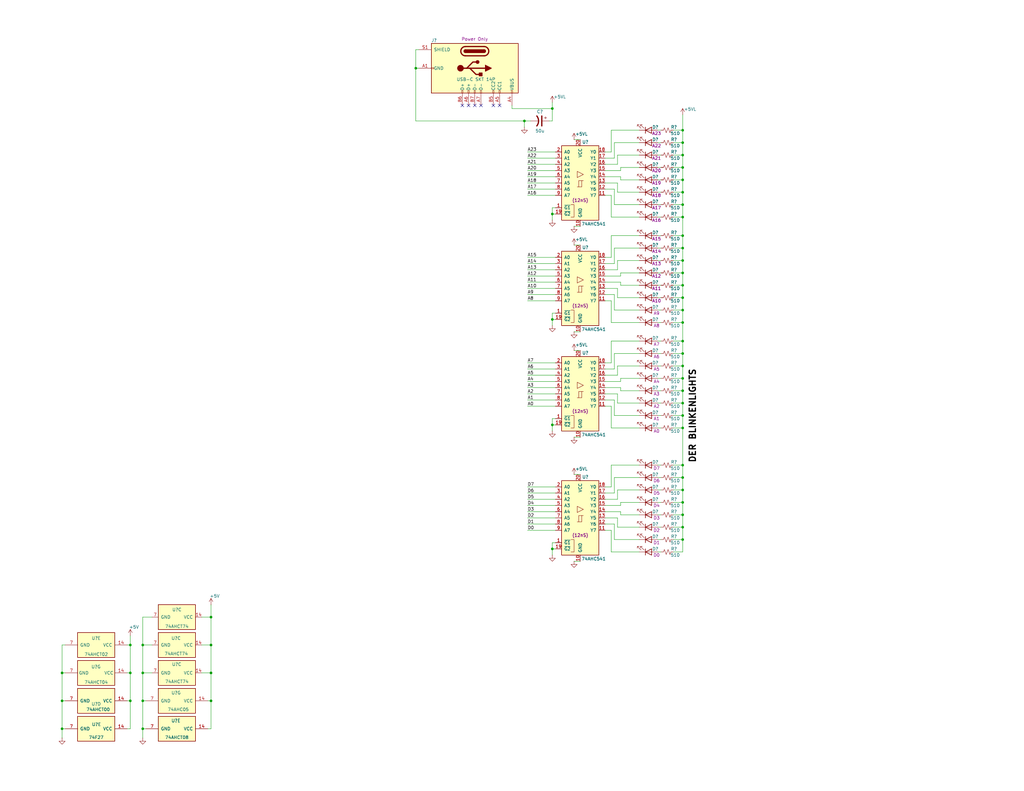
<source format=kicad_sch>
(kicad_sch (version 20250114) (generator "eeschema") (generator_version "9.0")
  (paper "User" 419.1 323.85)
  (title_block (title "Z80 Debug - Der Blinkenlights & Pwr") (date "2025-12-19") (rev "PR-1.0") (company "SilkyDESIGN") (comment 1 "Copyright 2025 AESilky") (comment 4 "ADDR & DATA LEDS OPTIONAL (Power via USB-C)"))
  (lib_symbols
    (symbol "74xx:74LS00" (pin_names (offset 1.016))
      (property "Reference" "U" (at 0 1.27 0))
      (property "Value" "74LS00" (at 0 -1.27 0))
      (symbol "74LS00_1_1"
        (pin input line (at -7.62 2.54 0) (length 3.81) (name "~") (number "1"))
        (pin input line (at -7.62 -2.54 0) (length 3.81) (name "~") (number "2"))
        (pin output inverted (at 7.62 0 180) (length 3.81) (name "~") (number "3"))
      )
      (symbol "74LS00_1_2"
        (pin input inverted (at -7.62 2.54 0) (length 4.318) (name "~") (number "1"))
        (pin input inverted (at -7.62 -2.54 0) (length 4.318) (name "~") (number "2"))
        (pin output line (at 7.62 0 180) (length 3.81) (name "~") (number "3"))
      )
      (symbol "74LS00_2_1"
        (pin input line (at -7.62 2.54 0) (length 3.81) (name "~") (number "4"))
        (pin input line (at -7.62 -2.54 0) (length 3.81) (name "~") (number "5"))
        (pin output inverted (at 7.62 0 180) (length 3.81) (name "~") (number "6"))
      )
      (symbol "74LS00_2_2"
        (pin input inverted (at -7.62 2.54 0) (length 4.318) (name "~") (number "4"))
        (pin input inverted (at -7.62 -2.54 0) (length 4.318) (name "~") (number "5"))
        (pin output line (at 7.62 0 180) (length 3.81) (name "~") (number "6"))
      )
      (symbol "74LS00_3_1"
        (pin input line (at -7.62 2.54 0) (length 3.81) (name "~") (number "9"))
        (pin input line (at -7.62 -2.54 0) (length 3.81) (name "~") (number "10"))
        (pin output inverted (at 7.62 0 180) (length 3.81) (name "~") (number "8"))
      )
      (symbol "74LS00_3_2"
        (pin input inverted (at -7.62 2.54 0) (length 4.318) (name "~") (number "9"))
        (pin input inverted (at -7.62 -2.54 0) (length 4.318) (name "~") (number "10"))
        (pin output line (at 7.62 0 180) (length 3.81) (name "~") (number "8"))
      )
      (symbol "74LS00_4_1"
        (pin input line (at -7.62 2.54 0) (length 3.81) (name "~") (number "12"))
        (pin input line (at -7.62 -2.54 0) (length 3.81) (name "~") (number "13"))
        (pin output inverted (at 7.62 0 180) (length 3.81) (name "~") (number "11"))
      )
      (symbol "74LS00_4_2"
        (pin input inverted (at -7.62 2.54 0) (length 4.318) (name "~") (number "12"))
        (pin input inverted (at -7.62 -2.54 0) (length 4.318) (name "~") (number "13"))
        (pin output line (at 7.62 0 180) (length 3.81) (name "~") (number "11"))
      )
      (symbol "74LS00_5_0"
        (pin power_in line (at 0 12.7 270) (length 5.08) (name "VCC") (number "14"))
        (pin power_in line (at 0 -12.7 90) (length 5.08) (name "GND") (number "7"))
      )
    )
    (symbol "74xx:74LS02" (pin_names (offset 1.016))
      (property "Reference" "U" (at 0 1.27 0))
      (property "Value" "74LS02" (at 0 -1.27 0))
      (symbol "74LS02_1_1"
        (pin input line (at -7.62 2.54 0) (length 4.318) (name "~") (number "2"))
        (pin input line (at -7.62 -2.54 0) (length 4.318) (name "~") (number "3"))
        (pin output inverted (at 7.62 0 180) (length 3.81) (name "~") (number "1"))
      )
      (symbol "74LS02_1_2"
        (pin input inverted (at -7.62 2.54 0) (length 3.81) (name "~") (number "2"))
        (pin input inverted (at -7.62 -2.54 0) (length 3.81) (name "~") (number "3"))
        (pin output line (at 7.62 0 180) (length 3.81) (name "~") (number "1"))
      )
      (symbol "74LS02_2_1"
        (pin input line (at -7.62 2.54 0) (length 4.318) (name "~") (number "5"))
        (pin input line (at -7.62 -2.54 0) (length 4.318) (name "~") (number "6"))
        (pin output inverted (at 7.62 0 180) (length 3.81) (name "~") (number "4"))
      )
      (symbol "74LS02_2_2"
        (pin input inverted (at -7.62 2.54 0) (length 3.81) (name "~") (number "5"))
        (pin input inverted (at -7.62 -2.54 0) (length 3.81) (name "~") (number "6"))
        (pin output line (at 7.62 0 180) (length 3.81) (name "~") (number "4"))
      )
      (symbol "74LS02_3_1"
        (pin input line (at -7.62 2.54 0) (length 4.318) (name "~") (number "8"))
        (pin input line (at -7.62 -2.54 0) (length 4.318) (name "~") (number "9"))
        (pin output inverted (at 7.62 0 180) (length 3.81) (name "~") (number "10"))
      )
      (symbol "74LS02_3_2"
        (pin input inverted (at -7.62 2.54 0) (length 3.81) (name "~") (number "8"))
        (pin input inverted (at -7.62 -2.54 0) (length 3.81) (name "~") (number "9"))
        (pin output line (at 7.62 0 180) (length 3.81) (name "~") (number "10"))
      )
      (symbol "74LS02_4_1"
        (pin input line (at -7.62 2.54 0) (length 4.318) (name "~") (number "11"))
        (pin input line (at -7.62 -2.54 0) (length 4.318) (name "~") (number "12"))
        (pin output inverted (at 7.62 0 180) (length 3.81) (name "~") (number "13"))
      )
      (symbol "74LS02_4_2"
        (pin input inverted (at -7.62 2.54 0) (length 3.81) (name "~") (number "11"))
        (pin input inverted (at -7.62 -2.54 0) (length 3.81) (name "~") (number "12"))
        (pin output line (at 7.62 0 180) (length 3.81) (name "~") (number "13"))
      )
      (symbol "74LS02_5_0"
        (pin power_in line (at 0 12.7 270) (length 5.08) (name "VCC") (number "14"))
        (pin power_in line (at 0 -12.7 90) (length 5.08) (name "GND") (number "7"))
      )
    )
    (symbol "74xx:74LS08" (pin_names (offset 1.016))
      (property "Reference" "U" (at 0 1.27 0))
      (property "Value" "74LS08" (at 0 -1.27 0))
      (symbol "74LS08_1_1"
        (pin input line (at -7.62 2.54 0) (length 3.81) (name "~") (number "1"))
        (pin input line (at -7.62 -2.54 0) (length 3.81) (name "~") (number "2"))
        (pin output line (at 7.62 0 180) (length 3.81) (name "~") (number "3"))
      )
      (symbol "74LS08_1_2"
        (pin input inverted (at -7.62 2.54 0) (length 4.318) (name "~") (number "1"))
        (pin input inverted (at -7.62 -2.54 0) (length 4.318) (name "~") (number "2"))
        (pin output inverted (at 7.62 0 180) (length 3.81) (name "~") (number "3"))
      )
      (symbol "74LS08_2_1"
        (pin input line (at -7.62 2.54 0) (length 3.81) (name "~") (number "4"))
        (pin input line (at -7.62 -2.54 0) (length 3.81) (name "~") (number "5"))
        (pin output line (at 7.62 0 180) (length 3.81) (name "~") (number "6"))
      )
      (symbol "74LS08_2_2"
        (pin input inverted (at -7.62 2.54 0) (length 4.318) (name "~") (number "4"))
        (pin input inverted (at -7.62 -2.54 0) (length 4.318) (name "~") (number "5"))
        (pin output inverted (at 7.62 0 180) (length 3.81) (name "~") (number "6"))
      )
      (symbol "74LS08_3_1"
        (pin input line (at -7.62 2.54 0) (length 3.81) (name "~") (number "9"))
        (pin input line (at -7.62 -2.54 0) (length 3.81) (name "~") (number "10"))
        (pin output line (at 7.62 0 180) (length 3.81) (name "~") (number "8"))
      )
      (symbol "74LS08_3_2"
        (pin input inverted (at -7.62 2.54 0) (length 4.318) (name "~") (number "9"))
        (pin input inverted (at -7.62 -2.54 0) (length 4.318) (name "~") (number "10"))
        (pin output inverted (at 7.62 0 180) (length 3.81) (name "~") (number "8"))
      )
      (symbol "74LS08_4_1"
        (pin input line (at -7.62 2.54 0) (length 3.81) (name "~") (number "12"))
        (pin input line (at -7.62 -2.54 0) (length 3.81) (name "~") (number "13"))
        (pin output line (at 7.62 0 180) (length 3.81) (name "~") (number "11"))
      )
      (symbol "74LS08_4_2"
        (pin input inverted (at -7.62 2.54 0) (length 4.318) (name "~") (number "12"))
        (pin input inverted (at -7.62 -2.54 0) (length 4.318) (name "~") (number "13"))
        (pin output inverted (at 7.62 0 180) (length 3.81) (name "~") (number "11"))
      )
      (symbol "74LS08_5_0"
        (pin power_in line (at 0 12.7 270) (length 5.08) (name "VCC") (number "14"))
        (pin power_in line (at 0 -12.7 90) (length 5.08) (name "GND") (number "7"))
      )
    )
    (symbol "74xx:74LS27" (pin_names (offset 1.016))
      (property "Reference" "U" (at 0 1.27 0))
      (property "Value" "74LS27" (at 0 -1.27 0))
      (symbol "74LS27_1_1"
        (pin input line (at -7.62 2.54 0) (length 4.318) (name "~") (number "1"))
        (pin input line (at -7.62 0 0) (length 4.953) (name "~") (number "2"))
        (pin input line (at -7.62 -2.54 0) (length 4.318) (name "~") (number "13"))
        (pin output inverted (at 7.62 0 180) (length 3.81) (name "~") (number "12"))
      )
      (symbol "74LS27_1_2"
        (pin input inverted (at -7.62 2.54 0) (length 3.81) (name "~") (number "1"))
        (pin input inverted (at -7.62 0 0) (length 3.81) (name "~") (number "2"))
        (pin input inverted (at -7.62 -2.54 0) (length 3.81) (name "~") (number "13"))
        (pin output line (at 7.62 0 180) (length 3.81) (name "~") (number "12"))
      )
      (symbol "74LS27_2_1"
        (pin input line (at -7.62 2.54 0) (length 4.318) (name "~") (number "3"))
        (pin input line (at -7.62 0 0) (length 4.953) (name "~") (number "4"))
        (pin input line (at -7.62 -2.54 0) (length 4.318) (name "~") (number "5"))
        (pin output inverted (at 7.62 0 180) (length 3.81) (name "~") (number "6"))
      )
      (symbol "74LS27_2_2"
        (pin input inverted (at -7.62 2.54 0) (length 3.81) (name "~") (number "3"))
        (pin input inverted (at -7.62 0 0) (length 3.81) (name "~") (number "4"))
        (pin input inverted (at -7.62 -2.54 0) (length 3.81) (name "~") (number "5"))
        (pin output line (at 7.62 0 180) (length 3.81) (name "~") (number "6"))
      )
      (symbol "74LS27_3_1"
        (pin input line (at -7.62 2.54 0) (length 4.318) (name "~") (number "9"))
        (pin input line (at -7.62 0 0) (length 4.953) (name "~") (number "10"))
        (pin input line (at -7.62 -2.54 0) (length 4.318) (name "~") (number "11"))
        (pin output inverted (at 7.62 0 180) (length 3.81) (name "~") (number "8"))
      )
      (symbol "74LS27_3_2"
        (pin input inverted (at -7.62 2.54 0) (length 3.81) (name "~") (number "9"))
        (pin input inverted (at -7.62 0 0) (length 3.81) (name "~") (number "10"))
        (pin input inverted (at -7.62 -2.54 0) (length 3.81) (name "~") (number "11"))
        (pin output line (at 7.62 0 180) (length 3.81) (name "~") (number "8"))
      )
      (symbol "74LS27_4_0"
        (pin power_in line (at 0 12.7 270) (length 5.08) (name "VCC") (number "14"))
        (pin power_in line (at 0 -12.7 90) (length 5.08) (name "GND") (number "7"))
      )
    )
    (symbol "74xx:74LS74" (pin_names (offset 1.016))
      (property "Reference" "U" (at -7.62 8.89 0))
      (property "Value" "74LS74" (at -7.62 -8.89 0))
      (symbol "74LS74_1_0"
        (pin input line (at -7.62 2.54 0) (length 2.54) (name "D") (number "2"))
        (pin input clock (at -7.62 0 0) (length 2.54) (name "C") (number "3"))
        (pin input line (at 0 7.62 270) (length 2.54) (name "~{S}") (number "4"))
        (pin input line (at 0 -7.62 90) (length 2.54) (name "~{R}") (number "1"))
        (pin output line (at 7.62 2.54 180) (length 2.54) (name "Q") (number "5"))
        (pin output line (at 7.62 -2.54 180) (length 2.54) (name "~{Q}") (number "6"))
      )
      (symbol "74LS74_2_0"
        (pin input line (at -7.62 2.54 0) (length 2.54) (name "D") (number "12"))
        (pin input clock (at -7.62 0 0) (length 2.54) (name "C") (number "11"))
        (pin input line (at 0 7.62 270) (length 2.54) (name "~{S}") (number "10"))
        (pin input line (at 0 -7.62 90) (length 2.54) (name "~{R}") (number "13"))
        (pin output line (at 7.62 2.54 180) (length 2.54) (name "Q") (number "9"))
        (pin output line (at 7.62 -2.54 180) (length 2.54) (name "~{Q}") (number "8"))
      )
      (symbol "74LS74_3_0"
        (pin power_in line (at 0 10.16 270) (length 2.54) (name "VCC") (number "14"))
        (pin power_in line (at 0 -10.16 90) (length 2.54) (name "GND") (number "7"))
      )
    )
    (symbol "AES_Library:7404-AES"
      (property "Reference" "U" (at -2.286 -0.254 0))
      (property "Value" "7404" (at -1.016 -3.302 0))
      (symbol "7404-AES_1_1"
        (pin input line (at -6.35 0 0) (length 2.54) (name "~") (number "1"))
        (pin output inverted (at 6.35 0 180) (length 2.54) (name "~") (number "2"))
      )
      (symbol "7404-AES_1_2"
        (pin input inverted (at -6.35 0 0) (length 2.54) (name "~") (number "1"))
        (pin output line (at 6.35 0 180) (length 2.54) (name "~") (number "2"))
      )
      (symbol "7404-AES_2_1"
        (pin input line (at -6.35 0 0) (length 2.54) (name "~") (number "3"))
        (pin output inverted (at 6.35 0 180) (length 2.54) (name "~") (number "4"))
      )
      (symbol "7404-AES_2_2"
        (pin input inverted (at -6.35 0 0) (length 2.54) (name "~") (number "3"))
        (pin output line (at 6.35 0 180) (length 2.54) (name "~") (number "4"))
      )
      (symbol "7404-AES_3_1"
        (pin input line (at -6.35 0 0) (length 2.54) (name "~") (number "5"))
        (pin output inverted (at 6.35 0 180) (length 2.54) (name "~") (number "6"))
      )
      (symbol "7404-AES_3_2"
        (pin input inverted (at -6.35 0 0) (length 2.54) (name "~") (number "5"))
        (pin output line (at 6.35 0 180) (length 2.54) (name "~") (number "6"))
      )
      (symbol "7404-AES_4_1"
        (pin input line (at -6.35 0 0) (length 2.54) (name "~") (number "9"))
        (pin output inverted (at 6.35 0 180) (length 2.54) (name "~") (number "8"))
      )
      (symbol "7404-AES_4_2"
        (pin input inverted (at -6.35 0 0) (length 2.54) (name "~") (number "9"))
        (pin output line (at 6.35 0 180) (length 2.54) (name "~") (number "8"))
      )
      (symbol "7404-AES_5_1"
        (pin input line (at -6.35 0 0) (length 2.54) (name "~") (number "11"))
        (pin output inverted (at 6.35 0 180) (length 2.54) (name "~") (number "10"))
      )
      (symbol "7404-AES_5_2"
        (pin input inverted (at -6.35 0 0) (length 2.54) (name "~") (number "11"))
        (pin output line (at 6.35 0 180) (length 2.54) (name "~") (number "10"))
      )
      (symbol "7404-AES_6_1"
        (pin input line (at -6.35 0 0) (length 2.54) (name "~") (number "13"))
        (pin output inverted (at 6.35 0 180) (length 2.54) (name "~") (number "12"))
      )
      (symbol "7404-AES_6_2"
        (pin input inverted (at -6.35 0 0) (length 2.54) (name "~") (number "13"))
        (pin output line (at 6.35 0 180) (length 2.54) (name "~") (number "12"))
      )
      (symbol "7404-AES_7_0"
        (pin power_in line (at 0 12.7 270) (length 5.08) (name "VCC") (number "14"))
        (pin power_in line (at 0 -12.7 90) (length 5.08) (name "GND") (number "7"))
      )
    )
    (symbol "AES_Library:7405-AES" (pin_names (offset 1.016))
      (property "Reference" "U" (at -0.762 0 0))
      (property "Value" "7405" (at 1.27 -3.556 0))
      (symbol "7405-AES_1_0"
        (pin input line (at -7.62 0 0) (length 3.81) (name "~") (number "1"))
        (pin open_collector inverted (at 7.62 0 180) (length 3.81) (name "~") (number "2"))
      )
      (symbol "7405-AES_2_0"
        (pin input line (at -7.62 0 0) (length 3.81) (name "~") (number "3"))
        (pin open_collector inverted (at 7.62 0 180) (length 3.81) (name "~") (number "4"))
      )
      (symbol "7405-AES_3_0"
        (pin input line (at -7.62 0 0) (length 3.81) (name "~") (number "5"))
        (pin open_collector inverted (at 7.62 0 180) (length 3.81) (name "~") (number "6"))
      )
      (symbol "7405-AES_4_0"
        (pin input line (at -7.62 0 0) (length 3.81) (name "~") (number "9"))
        (pin open_collector inverted (at 7.62 0 180) (length 3.81) (name "~") (number "8"))
      )
      (symbol "7405-AES_5_0"
        (pin input line (at -7.62 0 0) (length 3.81) (name "~") (number "11"))
        (pin open_collector inverted (at 7.62 0 180) (length 3.81) (name "~") (number "10"))
      )
      (symbol "7405-AES_6_0"
        (pin input line (at -7.62 0 0) (length 3.81) (name "~") (number "13"))
        (pin open_collector inverted (at 7.62 0 180) (length 3.81) (name "~") (number "12"))
      )
      (symbol "7405-AES_7_0"
        (pin power_in line (at 0 12.7 270) (length 5.08) (name "VCC") (number "14"))
        (pin power_in line (at 0 -12.7 90) (length 5.08) (name "GND") (number "7"))
      )
    )
    (symbol "AES_Library:74AHC541-AES" (pin_names (offset 1.016))
      (property "Reference" "U" (at 1.016 16.51 0))
      (property "Value" "74AHC541-AES" (at 0.762 -16.51 0))
      (symbol "74AHC541-AES_1_0"
        (pin input line (at -10.16 12.7 0) (length 2.54) (name "A0") (number "2"))
        (pin input line (at -10.16 10.16 0) (length 2.54) (name "A1") (number "3"))
        (pin input line (at -10.16 7.62 0) (length 2.54) (name "A2") (number "4"))
        (pin input line (at -10.16 5.08 0) (length 2.54) (name "A3") (number "5"))
        (pin input line (at -10.16 2.54 0) (length 2.54) (name "A4") (number "6"))
        (pin input line (at -10.16 0 0) (length 2.54) (name "A5") (number "7"))
        (pin input line (at -10.16 -2.54 0) (length 2.54) (name "A6") (number "8"))
        (pin input line (at -10.16 -5.08 0) (length 2.54) (name "A7") (number "9"))
        (pin input line (at -10.16 -10.16 0) (length 2.54) (name "~{G1}") (number "1"))
        (pin input line (at -10.16 -12.7 0) (length 2.54) (name "~{G2}") (number "19"))
        (pin power_in line (at 0 17.78 270) (length 2.54) (name "VCC") (number "20"))
        (pin power_in line (at 0 -17.78 90) (length 2.54) (name "GND") (number "10"))
        (pin tri_state line (at 10.16 12.7 180) (length 2.54) (name "Y0") (number "18"))
        (pin tri_state line (at 10.16 10.16 180) (length 2.54) (name "Y1") (number "17"))
        (pin tri_state line (at 10.16 7.62 180) (length 2.54) (name "Y2") (number "16"))
        (pin tri_state line (at 10.16 5.08 180) (length 2.54) (name "Y3") (number "15"))
        (pin tri_state line (at 10.16 2.54 180) (length 2.54) (name "Y4") (number "14"))
        (pin tri_state line (at 10.16 0 180) (length 2.54) (name "Y5") (number "13"))
        (pin tri_state line (at 10.16 -2.54 180) (length 2.54) (name "Y6") (number "12"))
        (pin tri_state line (at 10.16 -5.08 180) (length 2.54) (name "Y7") (number "11"))
      )
    )
    (symbol "Connector:USB_C_Receptacle_USB2.0_14P" (pin_names (offset 1.016))
      (property "Reference" "J" (at 0 22.225 0))
      (property "Value" "USB_C_Receptacle_USB2.0_14P" (at 0 19.685 0))
      (symbol "USB_C_Receptacle_USB2.0_14P_1_1"
        (pin passive line (at -7.62 -22.86 90) (length 5.08) (name "SHIELD") (number "S1"))
        (pin passive line (at 0 -22.86 90) (length 5.08) (name "GND") (number "A1"))
        (pin passive line (at 0 -22.86 90) (length 5.08) (hide yes) (name "GND") (number "A12"))
        (pin passive line (at 0 -22.86 90) (length 5.08) (hide yes) (name "GND") (number "B1"))
        (pin passive line (at 0 -22.86 90) (length 5.08) (hide yes) (name "GND") (number "B12"))
        (pin passive line (at 15.24 15.24 180) (length 5.08) (name "VBUS") (number "A4"))
        (pin passive line (at 15.24 15.24 180) (length 5.08) (hide yes) (name "VBUS") (number "A9"))
        (pin passive line (at 15.24 15.24 180) (length 5.08) (hide yes) (name "VBUS") (number "B4"))
        (pin passive line (at 15.24 15.24 180) (length 5.08) (hide yes) (name "VBUS") (number "B9"))
        (pin bidirectional line (at 15.24 10.16 180) (length 5.08) (name "CC1") (number "A5"))
        (pin bidirectional line (at 15.24 7.62 180) (length 5.08) (name "CC2") (number "B5"))
        (pin bidirectional line (at 15.24 2.54 180) (length 5.08) (name "D-") (number "A7"))
        (pin bidirectional line (at 15.24 0 180) (length 5.08) (name "D-") (number "B7"))
        (pin bidirectional line (at 15.24 -2.54 180) (length 5.08) (name "D+") (number "A6"))
        (pin bidirectional line (at 15.24 -5.08 180) (length 5.08) (name "D+") (number "B6"))
      )
    )
    (symbol "Device:C_Polarized_US" (pin_numbers (hide yes)) (pin_names (offset 0.254) (hide yes))
      (property "Reference" "C" (at 0.635 2.54 0))
      (property "Value" "C_Polarized_US" (at 0.635 -2.54 0))
      (symbol "C_Polarized_US_1_1"
        (pin passive line (at 0 3.81 270) (length 2.794) (name "~") (number "1"))
        (pin passive line (at 0 -3.81 90) (length 3.302) (name "~") (number "2"))
      )
    )
    (symbol "Device:LED" (pin_numbers (hide yes)) (pin_names (offset 1.016) (hide yes))
      (property "Reference" "D" (at 0 2.54 0))
      (property "Value" "LED" (at 0 -2.54 0))
      (symbol "LED_1_1"
        (pin passive line (at -3.81 0 0) (length 2.54) (name "K") (number "1"))
        (pin passive line (at 3.81 0 180) (length 2.54) (name "A") (number "2"))
      )
    )
    (symbol "Device:R_Small_US" (pin_numbers (hide yes)) (pin_names (offset 0.254) (hide yes))
      (property "Reference" "R" (at 0.762 0.508 0))
      (property "Value" "R_Small_US" (at 0.762 -1.016 0))
      (symbol "R_Small_US_1_1"
        (pin passive line (at 0 2.54 270) (length 1.016) (name "~") (number "1"))
        (pin passive line (at 0 -2.54 90) (length 1.016) (name "~") (number "2"))
      )
    )
    (symbol "power:+5V" (power) (pin_numbers (hide yes)) (pin_names (offset 0) (hide yes))
      (property "Value" "+5V" (at 0 3.556 0))
      (symbol "+5V_1_1"
        (pin power_in line (at 0 0 90) (length 0) (name "~") (number "1"))
      )
    )
    (symbol "power:+5VL" (power) (pin_numbers (hide yes)) (pin_names (offset 0) (hide yes))
      (property "Value" "+5VL" (at 0 3.556 0))
      (symbol "+5VL_1_1"
        (pin power_in line (at 0 0 90) (length 0) (name "~") (number "1"))
      )
    )
    (symbol "power:GND" (power) (pin_numbers (hide yes)) (pin_names (offset 0) (hide yes))
      (property "Value" "GND" (at 0 -3.81 0))
      (symbol "GND_1_1"
        (pin power_in line (at 0 0 270) (length 0) (name "~") (number "1"))
      )
    )
  )
  (text "DER BLINKENLIGHTS" (at 283.464 170.434 90) (effects (font (size 2.54 2.54) (thickness 0.508) (bold yes))))
  (junction (at 279.4 215.9))
  (junction (at 279.4 190.5))
  (junction (at 279.4 106.68))
  (junction (at 226.06 130.81))
  (junction (at 279.4 96.52))
  (junction (at 279.4 127))
  (junction (at 279.4 116.84))
  (junction (at 279.4 58.42))
  (junction (at 279.4 165.1))
  (junction (at 86.36 264.16))
  (junction (at 86.36 275.59))
  (junction (at 279.4 154.94))
  (junction (at 226.06 224.79))
  (junction (at 279.4 195.58))
  (junction (at 170.18 27.94))
  (junction (at 279.4 220.98))
  (junction (at 86.36 287.02))
  (junction (at 279.4 210.82))
  (junction (at 226.06 44.45))
  (junction (at 279.4 101.6))
  (junction (at 279.4 149.86))
  (junction (at 279.4 200.66))
  (junction (at 279.4 144.78))
  (junction (at 279.4 63.5))
  (junction (at 53.34 275.59))
  (junction (at 58.42 264.16))
  (junction (at 279.4 205.74))
  (junction (at 279.4 88.9))
  (junction (at 279.4 139.7))
  (junction (at 53.34 287.02))
  (junction (at 214.63 49.53))
  (junction (at 25.4 298.45))
  (junction (at 226.06 87.63))
  (junction (at 25.4 275.59))
  (junction (at 25.4 287.02))
  (junction (at 279.4 73.66))
  (junction (at 86.36 252.73))
  (junction (at 279.4 175.26))
  (junction (at 226.06 173.99))
  (junction (at 279.4 160.02))
  (junction (at 279.4 132.08))
  (junction (at 58.42 275.59))
  (junction (at 279.4 111.76))
  (junction (at 58.42 298.45))
  (junction (at 53.34 264.16))
  (junction (at 279.4 170.18))
  (junction (at 279.4 83.82))
  (junction (at 58.42 287.02))
  (junction (at 279.4 68.58))
  (junction (at 279.4 78.74))
  (junction (at 279.4 53.34))
  (junction (at 279.4 121.92))
  (no_connect (at 191.77 43.18))
  (no_connect (at 194.31 43.18))
  (no_connect (at 189.23 43.18))
  (no_connect (at 201.93 43.18))
  (no_connect (at 204.47 43.18))
  (no_connect (at 196.85 43.18))
  (wire (pts (xy 251.46 195.58) (xy 261.62 195.58)))
  (wire (pts (xy 269.24 144.78) (xy 270.51 144.78)))
  (wire (pts (xy 269.24 175.26) (xy 270.51 175.26)))
  (wire (pts (xy 250.19 217.17) (xy 250.19 226.06)))
  (wire (pts (xy 269.24 190.5) (xy 270.51 190.5)))
  (wire (pts (xy 251.46 170.18) (xy 261.62 170.18)))
  (wire (pts (xy 279.4 195.58) (xy 279.4 200.66)))
  (wire (pts (xy 86.36 252.73) (xy 86.36 264.16)))
  (wire (pts (xy 226.06 171.45) (xy 226.06 173.99)))
  (wire (pts (xy 269.24 149.86) (xy 270.51 149.86)))
  (wire (pts (xy 247.65 67.31) (xy 252.73 67.31)))
  (wire (pts (xy 275.59 73.66) (xy 279.4 73.66)))
  (wire (pts (xy 254 111.76) (xy 261.62 111.76)))
  (wire (pts (xy 247.65 199.39) (xy 250.19 199.39)))
  (wire (pts (xy 250.19 62.23) (xy 250.19 53.34)))
  (wire (pts (xy 254 158.75) (xy 254 160.02)))
  (wire (pts (xy 251.46 77.47) (xy 251.46 83.82)))
  (wire (pts (xy 171.45 20.32) (xy 170.18 20.32)))
  (wire (pts (xy 247.65 120.65) (xy 251.46 120.65)))
  (wire (pts (xy 254 156.21) (xy 254 154.94)))
  (wire (pts (xy 275.59 101.6) (xy 279.4 101.6)))
  (wire (pts (xy 254 209.55) (xy 254 210.82)))
  (wire (pts (xy 226.06 173.99) (xy 227.33 173.99)))
  (wire (pts (xy 247.65 212.09) (xy 252.73 212.09)))
  (wire (pts (xy 215.9 163.83) (xy 227.33 163.83)))
  (wire (pts (xy 247.65 158.75) (xy 254 158.75)))
  (wire (pts (xy 275.59 175.26) (xy 279.4 175.26)))
  (wire (pts (xy 86.36 247.65) (xy 86.36 252.73)))
  (wire (pts (xy 251.46 83.82) (xy 261.62 83.82)))
  (wire (pts (xy 254 160.02) (xy 261.62 160.02)))
  (wire (pts (xy 252.73 106.68) (xy 261.62 106.68)))
  (wire (pts (xy 215.9 69.85) (xy 227.33 69.85)))
  (wire (pts (xy 247.65 77.47) (xy 251.46 77.47)))
  (wire (pts (xy 279.4 127) (xy 279.4 132.08)))
  (wire (pts (xy 215.9 77.47) (xy 227.33 77.47)))
  (wire (pts (xy 269.24 165.1) (xy 270.51 165.1)))
  (wire (pts (xy 252.73 204.47) (xy 252.73 200.66)))
  (wire (pts (xy 250.19 88.9) (xy 261.62 88.9)))
  (wire (pts (xy 275.59 139.7) (xy 279.4 139.7)))
  (wire (pts (xy 52.07 275.59) (xy 53.34 275.59)))
  (wire (pts (xy 215.9 67.31) (xy 227.33 67.31)))
  (wire (pts (xy 279.4 83.82) (xy 279.4 88.9)))
  (wire (pts (xy 275.59 215.9) (xy 279.4 215.9)))
  (wire (pts (xy 279.4 210.82) (xy 279.4 215.9)))
  (wire (pts (xy 58.42 298.45) (xy 59.69 298.45)))
  (wire (pts (xy 279.4 170.18) (xy 279.4 175.26)))
  (wire (pts (xy 279.4 111.76) (xy 279.4 116.84)))
  (wire (pts (xy 250.19 80.01) (xy 250.19 88.9)))
  (wire (pts (xy 250.19 166.37) (xy 250.19 175.26)))
  (wire (pts (xy 209.55 43.18) (xy 209.55 44.45)))
  (wire (pts (xy 215.9 151.13) (xy 227.33 151.13)))
  (wire (pts (xy 269.24 215.9) (xy 270.51 215.9)))
  (wire (pts (xy 247.65 115.57) (xy 254 115.57)))
  (wire (pts (xy 58.42 264.16) (xy 58.42 275.59)))
  (wire (pts (xy 214.63 49.53) (xy 217.17 49.53)))
  (wire (pts (xy 275.59 96.52) (xy 279.4 96.52)))
  (wire (pts (xy 226.06 224.79) (xy 226.06 227.33)))
  (wire (pts (xy 251.46 214.63) (xy 251.46 220.98)))
  (wire (pts (xy 279.4 200.66) (xy 279.4 205.74)))
  (wire (pts (xy 251.46 101.6) (xy 261.62 101.6)))
  (wire (pts (xy 224.79 49.53) (xy 226.06 49.53)))
  (wire (pts (xy 269.24 226.06) (xy 270.51 226.06)))
  (wire (pts (xy 247.65 156.21) (xy 254 156.21)))
  (wire (pts (xy 252.73 212.09) (xy 252.73 215.9)))
  (wire (pts (xy 254 113.03) (xy 254 111.76)))
  (wire (pts (xy 279.4 139.7) (xy 279.4 144.78)))
  (wire (pts (xy 275.59 83.82) (xy 279.4 83.82)))
  (wire (pts (xy 251.46 201.93) (xy 251.46 195.58)))
  (wire (pts (xy 250.19 96.52) (xy 261.62 96.52)))
  (wire (pts (xy 275.59 170.18) (xy 279.4 170.18)))
  (wire (pts (xy 275.59 116.84) (xy 279.4 116.84)))
  (wire (pts (xy 215.9 161.29) (xy 227.33 161.29)))
  (wire (pts (xy 279.4 121.92) (xy 279.4 127)))
  (wire (pts (xy 252.73 153.67) (xy 252.73 149.86)))
  (wire (pts (xy 269.24 139.7) (xy 270.51 139.7)))
  (wire (pts (xy 62.23 275.59) (xy 58.42 275.59)))
  (wire (pts (xy 62.23 252.73) (xy 58.42 252.73)))
  (wire (pts (xy 226.06 87.63) (xy 227.33 87.63)))
  (wire (pts (xy 275.59 160.02) (xy 279.4 160.02)))
  (wire (pts (xy 25.4 275.59) (xy 25.4 287.02)))
  (wire (pts (xy 227.33 222.25) (xy 226.06 222.25)))
  (wire (pts (xy 254 68.58) (xy 261.62 68.58)))
  (wire (pts (xy 269.24 116.84) (xy 270.51 116.84)))
  (wire (pts (xy 215.9 153.67) (xy 227.33 153.67)))
  (wire (pts (xy 275.59 53.34) (xy 279.4 53.34)))
  (wire (pts (xy 82.55 275.59) (xy 86.36 275.59)))
  (wire (pts (xy 53.34 275.59) (xy 53.34 287.02)))
  (wire (pts (xy 226.06 130.81) (xy 227.33 130.81)))
  (wire (pts (xy 234.95 179.07) (xy 237.49 179.07)))
  (wire (pts (xy 58.42 264.16) (xy 62.23 264.16)))
  (wire (pts (xy 215.9 64.77) (xy 227.33 64.77)))
  (wire (pts (xy 234.95 92.71) (xy 237.49 92.71)))
  (wire (pts (xy 215.9 207.01) (xy 227.33 207.01)))
  (wire (pts (xy 275.59 144.78) (xy 279.4 144.78)))
  (wire (pts (xy 254 116.84) (xy 261.62 116.84)))
  (wire (pts (xy 215.9 217.17) (xy 227.33 217.17)))
  (wire (pts (xy 275.59 111.76) (xy 279.4 111.76)))
  (wire (pts (xy 170.18 20.32) (xy 170.18 27.94)))
  (wire (pts (xy 215.9 158.75) (xy 227.33 158.75)))
  (wire (pts (xy 252.73 118.11) (xy 252.73 121.92)))
  (wire (pts (xy 215.9 105.41) (xy 227.33 105.41)))
  (wire (pts (xy 247.65 204.47) (xy 252.73 204.47)))
  (wire (pts (xy 247.65 69.85) (xy 254 69.85)))
  (wire (pts (xy 25.4 287.02) (xy 26.67 287.02)))
  (wire (pts (xy 247.65 217.17) (xy 250.19 217.17)))
  (wire (pts (xy 279.4 154.94) (xy 279.4 160.02)))
  (wire (pts (xy 215.9 113.03) (xy 227.33 113.03)))
  (wire (pts (xy 85.09 298.45) (xy 86.36 298.45)))
  (wire (pts (xy 215.9 110.49) (xy 227.33 110.49)))
  (wire (pts (xy 234.95 57.15) (xy 237.49 57.15)))
  (wire (pts (xy 279.4 96.52) (xy 279.4 101.6)))
  (wire (pts (xy 227.33 85.09) (xy 226.06 85.09)))
  (wire (pts (xy 247.65 110.49) (xy 252.73 110.49)))
  (wire (pts (xy 269.24 210.82) (xy 270.51 210.82)))
  (wire (pts (xy 247.65 72.39) (xy 254 72.39)))
  (wire (pts (xy 58.42 252.73) (xy 58.42 264.16)))
  (wire (pts (xy 252.73 215.9) (xy 261.62 215.9)))
  (wire (pts (xy 215.9 204.47) (xy 227.33 204.47)))
  (wire (pts (xy 269.24 195.58) (xy 270.51 195.58)))
  (wire (pts (xy 215.9 107.95) (xy 227.33 107.95)))
  (wire (pts (xy 275.59 127) (xy 279.4 127)))
  (wire (pts (xy 25.4 264.16) (xy 25.4 275.59)))
  (wire (pts (xy 275.59 200.66) (xy 279.4 200.66)))
  (wire (pts (xy 269.24 127) (xy 270.51 127)))
  (wire (pts (xy 269.24 121.92) (xy 270.51 121.92)))
  (wire (pts (xy 251.46 144.78) (xy 261.62 144.78)))
  (wire (pts (xy 215.9 80.01) (xy 227.33 80.01)))
  (wire (pts (xy 215.9 123.19) (xy 227.33 123.19)))
  (wire (pts (xy 279.4 190.5) (xy 279.4 195.58)))
  (wire (pts (xy 279.4 73.66) (xy 279.4 78.74)))
  (wire (pts (xy 247.65 118.11) (xy 252.73 118.11)))
  (wire (pts (xy 251.46 151.13) (xy 251.46 144.78)))
  (wire (pts (xy 250.19 53.34) (xy 261.62 53.34)))
  (wire (pts (xy 269.24 160.02) (xy 270.51 160.02)))
  (wire (pts (xy 247.65 166.37) (xy 250.19 166.37)))
  (wire (pts (xy 215.9 115.57) (xy 227.33 115.57)))
  (wire (pts (xy 269.24 88.9) (xy 270.51 88.9)))
  (wire (pts (xy 252.73 63.5) (xy 261.62 63.5)))
  (wire (pts (xy 252.73 200.66) (xy 261.62 200.66)))
  (wire (pts (xy 214.63 49.53) (xy 214.63 52.07)))
  (wire (pts (xy 250.19 226.06) (xy 261.62 226.06)))
  (wire (pts (xy 250.19 123.19) (xy 250.19 132.08)))
  (wire (pts (xy 227.33 171.45) (xy 226.06 171.45)))
  (wire (pts (xy 53.34 260.35) (xy 53.34 264.16)))
  (wire (pts (xy 226.06 222.25) (xy 226.06 224.79)))
  (wire (pts (xy 25.4 287.02) (xy 25.4 298.45)))
  (wire (pts (xy 279.4 68.58) (xy 279.4 73.66)))
  (wire (pts (xy 275.59 121.92) (xy 279.4 121.92)))
  (wire (pts (xy 247.65 148.59) (xy 250.19 148.59)))
  (wire (pts (xy 234.95 100.33) (xy 237.49 100.33)))
  (wire (pts (xy 254 205.74) (xy 261.62 205.74)))
  (wire (pts (xy 215.9 72.39) (xy 227.33 72.39)))
  (wire (pts (xy 247.65 105.41) (xy 250.19 105.41)))
  (wire (pts (xy 269.24 205.74) (xy 270.51 205.74)))
  (wire (pts (xy 215.9 148.59) (xy 227.33 148.59)))
  (wire (pts (xy 53.34 287.02) (xy 53.34 298.45)))
  (wire (pts (xy 269.24 68.58) (xy 270.51 68.58)))
  (wire (pts (xy 275.59 78.74) (xy 279.4 78.74)))
  (wire (pts (xy 227.33 128.27) (xy 226.06 128.27)))
  (wire (pts (xy 269.24 220.98) (xy 270.51 220.98)))
  (wire (pts (xy 275.59 63.5) (xy 279.4 63.5)))
  (wire (pts (xy 170.18 49.53) (xy 214.63 49.53)))
  (wire (pts (xy 52.07 287.02) (xy 53.34 287.02)))
  (wire (pts (xy 269.24 78.74) (xy 270.51 78.74)))
  (wire (pts (xy 254 207.01) (xy 254 205.74)))
  (wire (pts (xy 226.06 87.63) (xy 226.06 90.17)))
  (wire (pts (xy 247.65 214.63) (xy 251.46 214.63)))
  (wire (pts (xy 226.06 130.81) (xy 226.06 133.35)))
  (wire (pts (xy 269.24 170.18) (xy 270.51 170.18)))
  (wire (pts (xy 269.24 111.76) (xy 270.51 111.76)))
  (wire (pts (xy 279.4 106.68) (xy 279.4 111.76)))
  (wire (pts (xy 25.4 298.45) (xy 26.67 298.45)))
  (wire (pts (xy 279.4 88.9) (xy 279.4 96.52)))
  (wire (pts (xy 226.06 85.09) (xy 226.06 87.63)))
  (wire (pts (xy 226.06 41.91) (xy 226.06 44.45)))
  (wire (pts (xy 250.19 139.7) (xy 261.62 139.7)))
  (wire (pts (xy 279.4 160.02) (xy 279.4 165.1)))
  (wire (pts (xy 275.59 88.9) (xy 279.4 88.9)))
  (wire (pts (xy 279.4 53.34) (xy 279.4 58.42)))
  (wire (pts (xy 251.46 220.98) (xy 261.62 220.98)))
  (wire (pts (xy 279.4 149.86) (xy 279.4 154.94)))
  (wire (pts (xy 279.4 175.26) (xy 279.4 190.5)))
  (wire (pts (xy 234.95 194.31) (xy 237.49 194.31)))
  (wire (pts (xy 86.36 264.16) (xy 86.36 275.59)))
  (wire (pts (xy 252.73 149.86) (xy 261.62 149.86)))
  (wire (pts (xy 247.65 107.95) (xy 251.46 107.95)))
  (wire (pts (xy 275.59 220.98) (xy 279.4 220.98)))
  (wire (pts (xy 247.65 62.23) (xy 250.19 62.23)))
  (wire (pts (xy 86.36 287.02) (xy 86.36 298.45)))
  (wire (pts (xy 275.59 205.74) (xy 279.4 205.74)))
  (wire (pts (xy 279.4 165.1) (xy 279.4 170.18)))
  (wire (pts (xy 275.59 210.82) (xy 279.4 210.82)))
  (wire (pts (xy 58.42 287.02) (xy 59.69 287.02)))
  (wire (pts (xy 279.4 63.5) (xy 279.4 68.58)))
  (wire (pts (xy 250.19 105.41) (xy 250.19 96.52)))
  (wire (pts (xy 275.59 106.68) (xy 279.4 106.68)))
  (wire (pts (xy 247.65 163.83) (xy 251.46 163.83)))
  (wire (pts (xy 215.9 74.93) (xy 227.33 74.93)))
  (wire (pts (xy 58.42 298.45) (xy 58.42 302.26)))
  (wire (pts (xy 234.95 229.87) (xy 237.49 229.87)))
  (wire (pts (xy 254 72.39) (xy 254 73.66)))
  (wire (pts (xy 251.46 127) (xy 261.62 127)))
  (wire (pts (xy 269.24 58.42) (xy 270.51 58.42)))
  (wire (pts (xy 247.65 207.01) (xy 254 207.01)))
  (wire (pts (xy 53.34 264.16) (xy 53.34 275.59)))
  (wire (pts (xy 269.24 53.34) (xy 270.51 53.34)))
  (wire (pts (xy 275.59 195.58) (xy 279.4 195.58)))
  (wire (pts (xy 250.19 199.39) (xy 250.19 190.5)))
  (wire (pts (xy 247.65 151.13) (xy 251.46 151.13)))
  (wire (pts (xy 252.73 78.74) (xy 261.62 78.74)))
  (wire (pts (xy 251.46 64.77) (xy 251.46 58.42)))
  (wire (pts (xy 269.24 132.08) (xy 270.51 132.08)))
  (wire (pts (xy 234.95 143.51) (xy 237.49 143.51)))
  (wire (pts (xy 215.9 156.21) (xy 227.33 156.21)))
  (wire (pts (xy 226.06 224.79) (xy 227.33 224.79)))
  (wire (pts (xy 275.59 154.94) (xy 279.4 154.94)))
  (wire (pts (xy 215.9 214.63) (xy 227.33 214.63)))
  (wire (pts (xy 226.06 173.99) (xy 226.06 176.53)))
  (wire (pts (xy 250.19 132.08) (xy 261.62 132.08)))
  (wire (pts (xy 26.67 264.16) (xy 25.4 264.16)))
  (wire (pts (xy 279.4 220.98) (xy 279.4 226.06)))
  (wire (pts (xy 269.24 101.6) (xy 270.51 101.6)))
  (wire (pts (xy 269.24 96.52) (xy 270.51 96.52)))
  (wire (pts (xy 226.06 49.53) (xy 226.06 44.45)))
  (wire (pts (xy 247.65 64.77) (xy 251.46 64.77)))
  (wire (pts (xy 269.24 154.94) (xy 270.51 154.94)))
  (wire (pts (xy 247.65 74.93) (xy 252.73 74.93)))
  (wire (pts (xy 269.24 83.82) (xy 270.51 83.82)))
  (wire (pts (xy 25.4 298.45) (xy 25.4 302.26)))
  (wire (pts (xy 250.19 175.26) (xy 261.62 175.26)))
  (wire (pts (xy 247.65 123.19) (xy 250.19 123.19)))
  (wire (pts (xy 279.4 215.9) (xy 279.4 220.98)))
  (wire (pts (xy 279.4 144.78) (xy 279.4 149.86)))
  (wire (pts (xy 85.09 287.02) (xy 86.36 287.02)))
  (wire (pts (xy 269.24 73.66) (xy 270.51 73.66)))
  (wire (pts (xy 215.9 120.65) (xy 227.33 120.65)))
  (wire (pts (xy 247.65 153.67) (xy 252.73 153.67)))
  (wire (pts (xy 215.9 62.23) (xy 227.33 62.23)))
  (wire (pts (xy 252.73 165.1) (xy 261.62 165.1)))
  (wire (pts (xy 279.4 46.99) (xy 279.4 53.34)))
  (wire (pts (xy 215.9 209.55) (xy 227.33 209.55)))
  (wire (pts (xy 250.19 148.59) (xy 250.19 139.7)))
  (wire (pts (xy 25.4 275.59) (xy 26.67 275.59)))
  (wire (pts (xy 252.73 161.29) (xy 252.73 165.1)))
  (wire (pts (xy 269.24 63.5) (xy 270.51 63.5)))
  (wire (pts (xy 252.73 121.92) (xy 261.62 121.92)))
  (wire (pts (xy 279.4 58.42) (xy 279.4 63.5)))
  (wire (pts (xy 279.4 78.74) (xy 279.4 83.82)))
  (wire (pts (xy 170.18 27.94) (xy 170.18 49.53)))
  (wire (pts (xy 275.59 68.58) (xy 279.4 68.58)))
  (wire (pts (xy 170.18 27.94) (xy 171.45 27.94)))
  (wire (pts (xy 209.55 44.45) (xy 226.06 44.45)))
  (wire (pts (xy 275.59 226.06) (xy 279.4 226.06)))
  (wire (pts (xy 254 154.94) (xy 261.62 154.94)))
  (wire (pts (xy 275.59 132.08) (xy 279.4 132.08)))
  (wire (pts (xy 82.55 252.73) (xy 86.36 252.73)))
  (wire (pts (xy 279.4 116.84) (xy 279.4 121.92)))
  (wire (pts (xy 58.42 287.02) (xy 58.42 298.45)))
  (wire (pts (xy 269.24 200.66) (xy 270.51 200.66)))
  (wire (pts (xy 254 73.66) (xy 261.62 73.66)))
  (wire (pts (xy 275.59 190.5) (xy 279.4 190.5)))
  (wire (pts (xy 215.9 166.37) (xy 227.33 166.37)))
  (wire (pts (xy 247.65 201.93) (xy 251.46 201.93)))
  (wire (pts (xy 275.59 149.86) (xy 279.4 149.86)))
  (wire (pts (xy 215.9 199.39) (xy 227.33 199.39)))
  (wire (pts (xy 252.73 74.93) (xy 252.73 78.74)))
  (wire (pts (xy 215.9 212.09) (xy 227.33 212.09)))
  (wire (pts (xy 254 115.57) (xy 254 116.84)))
  (wire (pts (xy 279.4 101.6) (xy 279.4 106.68)))
  (wire (pts (xy 234.95 135.89) (xy 237.49 135.89)))
  (wire (pts (xy 226.06 128.27) (xy 226.06 130.81)))
  (wire (pts (xy 215.9 118.11) (xy 227.33 118.11)))
  (wire (pts (xy 52.07 298.45) (xy 53.34 298.45)))
  (wire (pts (xy 269.24 106.68) (xy 270.51 106.68)))
  (wire (pts (xy 252.73 67.31) (xy 252.73 63.5)))
  (wire (pts (xy 247.65 161.29) (xy 252.73 161.29)))
  (wire (pts (xy 252.73 110.49) (xy 252.73 106.68)))
  (wire (pts (xy 254 69.85) (xy 254 68.58)))
  (wire (pts (xy 251.46 163.83) (xy 251.46 170.18)))
  (wire (pts (xy 215.9 201.93) (xy 227.33 201.93)))
  (wire (pts (xy 279.4 205.74) (xy 279.4 210.82)))
  (wire (pts (xy 82.55 264.16) (xy 86.36 264.16)))
  (wire (pts (xy 86.36 275.59) (xy 86.36 287.02)))
  (wire (pts (xy 275.59 165.1) (xy 279.4 165.1)))
  (wire (pts (xy 251.46 107.95) (xy 251.46 101.6)))
  (wire (pts (xy 247.65 80.01) (xy 250.19 80.01)))
  (wire (pts (xy 254 210.82) (xy 261.62 210.82)))
  (wire (pts (xy 275.59 58.42) (xy 279.4 58.42)))
  (wire (pts (xy 247.65 209.55) (xy 254 209.55)))
  (wire (pts (xy 279.4 132.08) (xy 279.4 139.7)))
  (wire (pts (xy 58.42 275.59) (xy 58.42 287.02)))
  (wire (pts (xy 52.07 264.16) (xy 53.34 264.16)))
  (wire (pts (xy 250.19 190.5) (xy 261.62 190.5)))
  (wire (pts (xy 251.46 58.42) (xy 261.62 58.42)))
  (wire (pts (xy 247.65 113.03) (xy 254 113.03)))
  (wire (pts (xy 251.46 120.65) (xy 251.46 127)))
  (label "A23" (at 215.9 62.23 0) (effects (font (thickness 0.1588))))
  (label "D2" (at 215.9 212.09 0) (effects (font (thickness 0.1588))))
  (label "A18" (at 215.9 74.93 0) (effects (font (thickness 0.1588))))
  (label "A4" (at 215.9 156.21 0) (effects (font (thickness 0.1588))))
  (label "A9" (at 215.9 120.65 0) (effects (font (thickness 0.1588))))
  (label "D6" (at 215.9 201.93 0) (effects (font (thickness 0.1588))))
  (label "A12" (at 215.9 113.03 0) (effects (font (thickness 0.1588))))
  (label "A7" (at 215.9 148.59 0) (effects (font (thickness 0.1588))))
  (label "D3" (at 215.9 209.55 0) (effects (font (thickness 0.1588))))
  (label "A22" (at 215.9 64.77 0) (effects (font (thickness 0.1588))))
  (label "A1" (at 215.9 163.83 0) (effects (font (thickness 0.1588))))
  (label "A19" (at 215.9 72.39 0) (effects (font (thickness 0.1588))))
  (label "A13" (at 215.9 110.49 0) (effects (font (thickness 0.1588))))
  (label "A11" (at 215.9 115.57 0) (effects (font (thickness 0.1588))))
  (label "A15" (at 215.9 105.41 0) (effects (font (thickness 0.1588))))
  (label "A0" (at 215.9 166.37 0) (effects (font (thickness 0.1588))))
  (label "D5" (at 215.9 204.47 0) (effects (font (thickness 0.1588))))
  (label "A3" (at 215.9 158.75 0) (effects (font (thickness 0.1588))))
  (label "D4" (at 215.9 207.01 0) (effects (font (thickness 0.1588))))
  (label "A20" (at 215.9 69.85 0) (effects (font (thickness 0.1588))))
  (label "A17" (at 215.9 77.47 0) (effects (font (thickness 0.1588))))
  (label "D0" (at 215.9 217.17 0) (effects (font (thickness 0.1588))))
  (label "A14" (at 215.9 107.95 0) (effects (font (thickness 0.1588))))
  (label "A16" (at 215.9 80.01 0) (effects (font (thickness 0.1588))))
  (label "A5" (at 215.9 153.67 0) (effects (font (thickness 0.1588))))
  (label "D7" (at 215.9 199.39 0) (effects (font (thickness 0.1588))))
  (label "A8" (at 215.9 123.19 0) (effects (font (thickness 0.1588))))
  (label "A21" (at 215.9 67.31 0) (effects (font (thickness 0.1588))))
  (label "A10" (at 215.9 118.11 0) (effects (font (thickness 0.1588))))
  (label "A6" (at 215.9 151.13 0) (effects (font (thickness 0.1588))))
  (label "A2" (at 215.9 161.29 0) (effects (font (thickness 0.1588))))
  (label "D1" (at 215.9 214.63 0) (effects (font (thickness 0.1588))))
  (symbol (lib_id "Device:LED") (at 265.43 53.34 0) (mirror x) (unit 1)
    (property "Reference" "D?" (at 268.224 52.07 0))
    (property "Value" "LED RED" (effects (hide yes)))
    (property "Description" "Light emitting diode" (effects (hide yes)))
    (property "Sim.Pins" "1=K 2=A" (effects (hide yes)))
    (property "Function" "A23" (at 268.732 54.61 0))
  )
  (symbol (lib_id "Device:R_Small_US") (at 273.05 106.68 90) (unit 1)
    (property "Reference" "R?" (at 275.844 105.41 90))
    (property "Value" "510" (at 276.352 107.95 90))
    (property "Description" "Resistor, small US symbol" (effects (hide yes)))
  )
  (symbol (lib_id "Device:R_Small_US") (at 273.05 68.58 90) (unit 1)
    (property "Reference" "R?" (at 275.844 67.31 90))
    (property "Value" "510" (at 276.352 69.85 90))
    (property "Description" "Resistor, small US symbol" (effects (hide yes)))
  )
  (symbol (lib_id "power:GND") (at 234.95 179.07 0) (unit 1)
    (property "Reference" "#PWR018" (effects (hide yes)))
    (property "Value" "GND" (effects (hide yes)))
    (property "Description" "Power symbol creates a global label with name \"GND\" , ground" (effects (hide yes)))
  )
  (symbol (lib_id "74xx:74LS00") (at 39.37 287.02 270) (unit 5)
    (property "Reference" "U?" (at 37.592 296.672 90) (effects (justify left)))
    (property "Value" "74AHCT00" (at 35.306 290.576 90) (effects (justify left)))
    (property "Datasheet" "http://www.ti.com/lit/gpn/sn74ls00" (effects (hide yes)))
    (property "Description" "quad 2-input NAND gate" (effects (hide yes)))
  )
  (symbol (lib_id "AES_Library:7405-AES") (at 72.39 287.02 270) (unit 7)
    (property "Reference" "U?" (at 70.104 283.718 90) (effects (justify left)))
    (property "Value" "74AHC05" (at 68.58 290.576 90) (effects (justify left)))
    (property "Datasheet" "http://www.ti.com/lit/gpn/sn74LS05" (effects (hide yes)))
    (property "Description" "Inverter Open Collect" (effects (hide yes)))
  )
  (symbol (lib_id "Device:R_Small_US") (at 273.05 160.02 90) (unit 1)
    (property "Reference" "R?" (at 275.844 158.75 90))
    (property "Value" "510" (at 276.352 161.29 90))
    (property "Description" "Resistor, small US symbol" (effects (hide yes)))
  )
  (symbol (lib_id "power:GND") (at 25.4 302.26 0) (unit 1)
    (property "Reference" "#PWR043" (effects (hide yes)))
    (property "Value" "GND" (effects (hide yes)))
    (property "Description" "Power symbol creates a global label with name \"GND\" , ground" (effects (hide yes)))
  )
  (symbol (lib_id "Device:LED") (at 265.43 111.76 0) (mirror x) (unit 1)
    (property "Reference" "D?" (at 268.224 110.49 0))
    (property "Value" "LED RED" (effects (hide yes)))
    (property "Description" "Light emitting diode" (effects (hide yes)))
    (property "Sim.Pins" "1=K 2=A" (effects (hide yes)))
    (property "Function" "A12" (at 268.732 113.03 0))
  )
  (symbol (lib_id "74xx:74LS02") (at 39.37 264.16 270) (unit 5)
    (property "Reference" "U?" (at 39.37 261.366 90))
    (property "Value" "74AHCT02" (at 39.37 267.97 90))
    (property "Datasheet" "http://www.ti.com/lit/gpn/sn74ls02" (effects (hide yes)))
    (property "Description" "quad 2-input NOR gate" (effects (hide yes)))
  )
  (symbol (lib_id "74xx:74LS74") (at 72.39 252.73 270) (unit 3)
    (property "Reference" "U?" (at 72.39 249.682 90))
    (property "Value" "74AHCT74" (at 72.39 256.54 90))
    (property "Datasheet" "74xx/74hc_hct74.pdf" (effects (hide yes)))
    (property "Description" "Dual D Flip-flop, Set & Reset" (effects (hide yes)))
  )
  (symbol (lib_id "Device:R_Small_US") (at 273.05 165.1 90) (unit 1)
    (property "Reference" "R?" (at 275.844 163.83 90))
    (property "Value" "510" (at 276.352 166.37 90))
    (property "Description" "Resistor, small US symbol" (effects (hide yes)))
  )
  (symbol (lib_id "Device:LED") (at 265.43 116.84 0) (mirror x) (unit 1)
    (property "Reference" "D?" (at 268.224 115.57 0))
    (property "Value" "LED RED" (effects (hide yes)))
    (property "Description" "Light emitting diode" (effects (hide yes)))
    (property "Sim.Pins" "1=K 2=A" (effects (hide yes)))
    (property "Function" "A11" (at 268.732 118.11 0))
  )
  (symbol (lib_id "Device:R_Small_US") (at 273.05 83.82 90) (unit 1)
    (property "Reference" "R?" (at 275.844 82.55 90))
    (property "Value" "510" (at 276.352 85.09 90))
    (property "Description" "Resistor, small US symbol" (effects (hide yes)))
  )
  (symbol (lib_id "power:+5VL") (at 234.95 100.33 0) (unit 1)
    (property "Reference" "#PWR015" (effects (hide yes)))
    (property "Value" "+5VL" (at 237.998 98.044 0))
    (property "Description" "Power symbol creates a global label with name \"+5VL\"" (effects (hide yes)))
  )
  (symbol (lib_id "power:+5VL") (at 226.06 41.91 0) (unit 1)
    (property "Reference" "#PWR012" (effects (hide yes)))
    (property "Value" "+5VL" (at 229.108 39.624 0))
    (property "Description" "Power symbol creates a global label with name \"+5VL\"" (effects (hide yes)))
  )
  (symbol (lib_id "power:+5VL") (at 234.95 57.15 0) (unit 1)
    (property "Reference" "#PWR013" (effects (hide yes)))
    (property "Value" "+5VL" (at 237.998 54.864 0))
    (property "Description" "Power symbol creates a global label with name \"+5VL\"" (effects (hide yes)))
  )
  (symbol (lib_id "Device:R_Small_US") (at 273.05 170.18 90) (unit 1)
    (property "Reference" "R?" (at 275.844 168.91 90))
    (property "Value" "510" (at 276.352 171.45 90))
    (property "Description" "Resistor, small US symbol" (effects (hide yes)))
  )
  (symbol (lib_id "74xx:74LS74") (at 72.39 275.59 270) (unit 3)
    (property "Reference" "U?" (at 70.358 272.034 90) (effects (justify left)))
    (property "Value" "74AHCT74" (at 72.39 279.146 90))
    (property "Datasheet" "74xx/74hc_hct74.pdf" (effects (hide yes)))
    (property "Description" "Dual D Flip-flop, Set & Reset" (effects (hide yes)))
  )
  (symbol (lib_id "Device:R_Small_US") (at 273.05 215.9 90) (unit 1)
    (property "Reference" "R?" (at 275.844 214.63 90))
    (property "Value" "510" (at 276.352 217.17 90))
    (property "Description" "Resistor, small US symbol" (effects (hide yes)))
  )
  (symbol (lib_id "power:GND") (at 214.63 52.07 0) (unit 1)
    (property "Reference" "#PWR010" (effects (hide yes)))
    (property "Value" "GND" (effects (hide yes)))
    (property "Description" "Power symbol creates a global label with name \"GND\" , ground" (effects (hide yes)))
  )
  (symbol (lib_id "Device:R_Small_US") (at 273.05 116.84 90) (unit 1)
    (property "Reference" "R?" (at 275.844 115.57 90))
    (property "Value" "510" (at 276.352 118.11 90))
    (property "Description" "Resistor, small US symbol" (effects (hide yes)))
  )
  (symbol (lib_id "Device:R_Small_US") (at 273.05 205.74 90) (unit 1)
    (property "Reference" "R?" (at 275.844 204.47 90))
    (property "Value" "510" (at 276.352 207.01 90))
    (property "Description" "Resistor, small US symbol" (effects (hide yes)))
  )
  (symbol (lib_id "Device:R_Small_US") (at 273.05 132.08 90) (unit 1)
    (property "Reference" "R?" (at 275.844 130.81 90))
    (property "Value" "510" (at 276.352 133.35 90))
    (property "Description" "Resistor, small US symbol" (effects (hide yes)))
  )
  (symbol (lib_id "Device:LED") (at 265.43 132.08 0) (mirror x) (unit 1)
    (property "Reference" "D?" (at 268.224 130.81 0))
    (property "Value" "LED RED" (effects (hide yes)))
    (property "Description" "Light emitting diode" (effects (hide yes)))
    (property "Sim.Pins" "1=K 2=A" (effects (hide yes)))
    (property "Function" "A8" (at 268.732 133.35 0))
  )
  (symbol (lib_id "Device:R_Small_US") (at 273.05 53.34 90) (unit 1)
    (property "Reference" "R?" (at 275.844 52.07 90))
    (property "Value" "510" (at 276.352 54.61 90))
    (property "Description" "Resistor, small US symbol" (effects (hide yes)))
  )
  (symbol (lib_id "Device:LED") (at 265.43 210.82 0) (mirror x) (unit 1)
    (property "Reference" "D?" (at 268.224 209.55 0))
    (property "Value" "LED RED" (effects (hide yes)))
    (property "Description" "Light emitting diode" (effects (hide yes)))
    (property "Sim.Pins" "1=K 2=A" (effects (hide yes)))
    (property "Function" "D3" (at 268.732 212.09 0))
  )
  (symbol (lib_id "Device:LED") (at 265.43 139.7 0) (mirror x) (unit 1)
    (property "Reference" "D?" (at 268.224 138.43 0))
    (property "Value" "LED RED" (effects (hide yes)))
    (property "Description" "Light emitting diode" (effects (hide yes)))
    (property "Sim.Pins" "1=K 2=A" (effects (hide yes)))
    (property "Function" "A7" (at 268.732 140.97 0))
  )
  (symbol (lib_id "power:+5VL") (at 234.95 194.31 0) (unit 1)
    (property "Reference" "#PWR019" (effects (hide yes)))
    (property "Value" "+5VL" (at 237.998 192.024 0))
    (property "Description" "Power symbol creates a global label with name \"+5VL\"" (effects (hide yes)))
  )
  (symbol (lib_id "Device:LED") (at 265.43 160.02 0) (mirror x) (unit 1)
    (property "Reference" "D?" (at 268.224 158.75 0))
    (property "Value" "LED RED" (effects (hide yes)))
    (property "Description" "Light emitting diode" (effects (hide yes)))
    (property "Sim.Pins" "1=K 2=A" (effects (hide yes)))
    (property "Function" "A3" (at 268.732 161.29 0))
  )
  (symbol (lib_id "AES_Library:74AHC541-AES") (at 237.49 161.29 0) (unit 1)
    (property "Reference" "U?" (at 238.252 144.526 0) (effects (justify left)))
    (property "Value" "74AHC541" (at 237.998 178.054 0) (effects (justify left)))
    (property "Footprint" "Package_SO:SOIC-20W_7.5x12.8mm_P1.27mm" (effects (hide yes)))
    (property "Datasheet" "http://www.ti.com/lit/gpn/sn74LS541" (effects (hide yes)))
    (property "Description" "8-bit Buffer/Line Driver 3-state outputs, 2-AND enables, in/out across" (effects (hide yes)))
    (property "PropDly" "(12nS)" (at 237.49 168.402 0))
  )
  (symbol (lib_id "power:+5VL") (at 234.95 143.51 0) (unit 1)
    (property "Reference" "#PWR017" (effects (hide yes)))
    (property "Value" "+5VL" (at 237.998 141.224 0))
    (property "Description" "Power symbol creates a global label with name \"+5VL\"" (effects (hide yes)))
  )
  (symbol (lib_id "Device:R_Small_US") (at 273.05 63.5 90) (unit 1)
    (property "Reference" "R?" (at 275.844 62.23 90))
    (property "Value" "510" (at 276.352 64.77 90))
    (property "Description" "Resistor, small US symbol" (effects (hide yes)))
  )
  (symbol (lib_id "AES_Library:74AHC541-AES") (at 237.49 118.11 0) (unit 1)
    (property "Reference" "U?" (at 238.252 101.346 0) (effects (justify left)))
    (property "Value" "74AHC541" (at 237.998 134.874 0) (effects (justify left)))
    (property "Footprint" "Package_SO:SOIC-20W_7.5x12.8mm_P1.27mm" (effects (hide yes)))
    (property "Datasheet" "http://www.ti.com/lit/gpn/sn74LS541" (effects (hide yes)))
    (property "Description" "8-bit Buffer/Line Driver 3-state outputs, 2-AND enables, in/out across" (effects (hide yes)))
    (property "PropDly" "(12nS)" (at 237.49 125.222 0))
  )
  (symbol (lib_id "power:+5VL") (at 279.4 46.99 0) (unit 1)
    (property "Reference" "#PWR01" (effects (hide yes)))
    (property "Value" "+5VL" (at 282.448 44.704 0))
    (property "Description" "Power symbol creates a global label with name \"+5VL\"" (effects (hide yes)))
  )
  (symbol (lib_id "AES_Library:7404-AES") (at 39.37 275.59 270) (unit 7)
    (property "Reference" "U?" (at 37.338 273.05 90) (effects (justify left)))
    (property "Value" "74AHCT04" (at 39.37 279.4 90))
    (property "Datasheet" "http://www.ti.com/lit/gpn/sn74LS04" (effects (hide yes)))
    (property "Description" "Hex Inverter" (effects (hide yes)))
  )
  (symbol (lib_id "Device:LED") (at 265.43 68.58 0) (mirror x) (unit 1)
    (property "Reference" "D?" (at 268.224 67.31 0))
    (property "Value" "LED RED" (effects (hide yes)))
    (property "Description" "Light emitting diode" (effects (hide yes)))
    (property "Sim.Pins" "1=K 2=A" (effects (hide yes)))
    (property "Function" "A20" (at 268.732 69.85 0))
  )
  (symbol (lib_id "Device:LED") (at 265.43 88.9 0) (mirror x) (unit 1)
    (property "Reference" "D?" (at 268.224 87.63 0))
    (property "Value" "LED RED" (effects (hide yes)))
    (property "Description" "Light emitting diode" (effects (hide yes)))
    (property "Sim.Pins" "1=K 2=A" (effects (hide yes)))
    (property "Function" "A16" (at 268.732 90.17 0))
  )
  (symbol (lib_id "Device:LED") (at 265.43 205.74 0) (mirror x) (unit 1)
    (property "Reference" "D?" (at 268.224 204.47 0))
    (property "Value" "LED RED" (effects (hide yes)))
    (property "Description" "Light emitting diode" (effects (hide yes)))
    (property "Sim.Pins" "1=K 2=A" (effects (hide yes)))
    (property "Function" "D4" (at 268.732 207.01 0))
  )
  (symbol (lib_id "power:GND") (at 234.95 92.71 0) (unit 1)
    (property "Reference" "#PWR014" (effects (hide yes)))
    (property "Value" "GND" (effects (hide yes)))
    (property "Description" "Power symbol creates a global label with name \"GND\" , ground" (effects (hide yes)))
  )
  (symbol (lib_id "Device:LED") (at 265.43 149.86 0) (mirror x) (unit 1)
    (property "Reference" "D?" (at 268.224 148.59 0))
    (property "Value" "LED RED" (effects (hide yes)))
    (property "Description" "Light emitting diode" (effects (hide yes)))
    (property "Sim.Pins" "1=K 2=A" (effects (hide yes)))
    (property "Function" "A5" (at 268.732 151.13 0))
  )
  (symbol (lib_id "Device:R_Small_US") (at 273.05 175.26 90) (unit 1)
    (property "Reference" "R?" (at 275.844 173.99 90))
    (property "Value" "510" (at 276.352 176.53 90))
    (property "Description" "Resistor, small US symbol" (effects (hide yes)))
  )
  (symbol (lib_id "Device:R_Small_US") (at 273.05 121.92 90) (unit 1)
    (property "Reference" "R?" (at 275.844 120.65 90))
    (property "Value" "510" (at 276.352 123.19 90))
    (property "Description" "Resistor, small US symbol" (effects (hide yes)))
  )
  (symbol (lib_id "Device:LED") (at 265.43 226.06 0) (mirror x) (unit 1)
    (property "Reference" "D?" (at 268.224 224.79 0))
    (property "Value" "LED RED" (effects (hide yes)))
    (property "Description" "Light emitting diode" (effects (hide yes)))
    (property "Sim.Pins" "1=K 2=A" (effects (hide yes)))
    (property "Function" "D0" (at 268.732 227.33 0))
  )
  (symbol (lib_id "Device:R_Small_US") (at 273.05 58.42 90) (unit 1)
    (property "Reference" "R?" (at 275.844 57.15 90))
    (property "Value" "510" (at 276.352 59.69 90))
    (property "Description" "Resistor, small US symbol" (effects (hide yes)))
  )
  (symbol (lib_id "74xx:74LS27") (at 39.37 298.45 270) (unit 4)
    (property "Reference" "U?" (at 39.37 288.29 90))
    (property "Value" "74F27" (at 39.37 302.006 90))
    (property "Datasheet" "http://www.ti.com/lit/gpn/sn74LS27" (effects (hide yes)))
    (property "Description" "Triple 3-input NOR" (effects (hide yes)))
  )
  (symbol (lib_id "Device:R_Small_US") (at 273.05 149.86 90) (unit 1)
    (property "Reference" "R?" (at 275.844 148.59 90))
    (property "Value" "510" (at 276.352 151.13 90))
    (property "Description" "Resistor, small US symbol" (effects (hide yes)))
  )
  (symbol (lib_id "Device:R_Small_US") (at 273.05 220.98 90) (unit 1)
    (property "Reference" "R?" (at 275.844 219.71 90))
    (property "Value" "510" (at 276.352 222.25 90))
    (property "Description" "Resistor, small US symbol" (effects (hide yes)))
  )
  (symbol (lib_id "Device:LED") (at 265.43 121.92 0) (mirror x) (unit 1)
    (property "Reference" "D?" (at 268.224 120.65 0))
    (property "Value" "LED RED" (effects (hide yes)))
    (property "Description" "Light emitting diode" (effects (hide yes)))
    (property "Sim.Pins" "1=K 2=A" (effects (hide yes)))
    (property "Function" "A10" (at 268.732 123.19 0))
  )
  (symbol (lib_id "Device:R_Small_US") (at 273.05 78.74 90) (unit 1)
    (property "Reference" "R?" (at 275.844 77.47 90))
    (property "Value" "510" (at 276.352 80.01 90))
    (property "Description" "Resistor, small US symbol" (effects (hide yes)))
  )
  (symbol (lib_id "Device:LED") (at 265.43 96.52 0) (mirror x) (unit 1)
    (property "Reference" "D?" (at 268.224 95.25 0))
    (property "Value" "LED RED" (effects (hide yes)))
    (property "Description" "Light emitting diode" (effects (hide yes)))
    (property "Sim.Pins" "1=K 2=A" (effects (hide yes)))
    (property "Function" "A15" (at 268.732 97.79 0))
  )
  (symbol (lib_id "power:+5V") (at 86.36 247.65 0) (unit 1)
    (property "Reference" "#PWR044" (effects (hide yes)))
    (property "Value" "+5V" (at 87.884 244.094 0))
    (property "Description" "Power symbol creates a global label with name \"+5V\"" (effects (hide yes)))
  )
  (symbol (lib_id "Device:LED") (at 265.43 170.18 0) (mirror x) (unit 1)
    (property "Reference" "D?" (at 268.224 168.91 0))
    (property "Value" "LED RED" (effects (hide yes)))
    (property "Description" "Light emitting diode" (effects (hide yes)))
    (property "Sim.Pins" "1=K 2=A" (effects (hide yes)))
    (property "Function" "A1" (at 268.732 171.45 0))
  )
  (symbol (lib_id "Device:LED") (at 265.43 83.82 0) (mirror x) (unit 1)
    (property "Reference" "D?" (at 268.224 82.55 0))
    (property "Value" "LED RED" (effects (hide yes)))
    (property "Description" "Light emitting diode" (effects (hide yes)))
    (property "Sim.Pins" "1=K 2=A" (effects (hide yes)))
    (property "Function" "A17" (at 268.732 85.09 0))
  )
  (symbol (lib_id "Device:R_Small_US") (at 273.05 195.58 90) (unit 1)
    (property "Reference" "R?" (at 275.844 194.31 90))
    (property "Value" "510" (at 276.352 196.85 90))
    (property "Description" "Resistor, small US symbol" (effects (hide yes)))
  )
  (symbol (lib_id "Device:R_Small_US") (at 273.05 190.5 90) (unit 1)
    (property "Reference" "R?" (at 275.844 189.23 90))
    (property "Value" "510" (at 276.352 191.77 90))
    (property "Description" "Resistor, small US symbol" (effects (hide yes)))
  )
  (symbol (lib_id "Device:LED") (at 265.43 165.1 0) (mirror x) (unit 1)
    (property "Reference" "D?" (at 268.224 163.83 0))
    (property "Value" "LED RED" (effects (hide yes)))
    (property "Description" "Light emitting diode" (effects (hide yes)))
    (property "Sim.Pins" "1=K 2=A" (effects (hide yes)))
    (property "Function" "A2" (at 268.732 166.37 0))
  )
  (symbol (lib_id "Device:LED") (at 265.43 220.98 0) (mirror x) (unit 1)
    (property "Reference" "D?" (at 268.224 219.71 0))
    (property "Value" "LED RED" (effects (hide yes)))
    (property "Description" "Light emitting diode" (effects (hide yes)))
    (property "Sim.Pins" "1=K 2=A" (effects (hide yes)))
    (property "Function" "D1" (at 268.732 222.25 0))
  )
  (symbol (lib_id "74xx:74LS08") (at 72.39 298.45 270) (unit 5)
    (property "Reference" "U?" (at 70.104 295.148 90) (effects (justify left)))
    (property "Value" "74AHCT08" (at 72.39 302.006 90))
    (property "Datasheet" "http://www.ti.com/lit/gpn/sn74LS08" (effects (hide yes)))
    (property "Description" "Quad And2" (effects (hide yes)))
  )
  (symbol (lib_id "Device:LED") (at 265.43 63.5 0) (mirror x) (unit 1)
    (property "Reference" "D?" (at 268.224 62.23 0))
    (property "Value" "LED RED" (effects (hide yes)))
    (property "Description" "Light emitting diode" (effects (hide yes)))
    (property "Sim.Pins" "1=K 2=A" (effects (hide yes)))
    (property "Function" "A21" (at 268.732 64.77 0))
  )
  (symbol (lib_id "Device:LED") (at 265.43 200.66 0) (mirror x) (unit 1)
    (property "Reference" "D?" (at 268.224 199.39 0))
    (property "Value" "LED RED" (effects (hide yes)))
    (property "Description" "Light emitting diode" (effects (hide yes)))
    (property "Sim.Pins" "1=K 2=A" (effects (hide yes)))
    (property "Function" "D5" (at 268.732 201.93 0))
  )
  (symbol (lib_id "Device:R_Small_US") (at 273.05 144.78 90) (unit 1)
    (property "Reference" "R?" (at 275.844 143.51 90))
    (property "Value" "510" (at 276.352 146.05 90))
    (property "Description" "Resistor, small US symbol" (effects (hide yes)))
  )
  (symbol (lib_id "Device:LED") (at 265.43 175.26 0) (mirror x) (unit 1)
    (property "Reference" "D?" (at 268.224 173.99 0))
    (property "Value" "LED RED" (effects (hide yes)))
    (property "Description" "Light emitting diode" (effects (hide yes)))
    (property "Sim.Pins" "1=K 2=A" (effects (hide yes)))
    (property "Function" "A0" (at 268.732 176.53 0))
  )
  (symbol (lib_id "Device:C_Polarized_US") (at 220.98 49.53 270) (unit 1)
    (property "Reference" "C?" (at 220.98 45.72 90))
    (property "Value" "50u" (at 220.98 53.594 90))
    (property "Description" "Polarized capacitor, US symbol" (effects (hide yes)))
    (property "Function" "LED PWR Filter" (effects (hide yes)))
  )
  (symbol (lib_id "Device:LED") (at 265.43 190.5 0) (mirror x) (unit 1)
    (property "Reference" "D?" (at 268.224 189.23 0))
    (property "Value" "LED RED" (effects (hide yes)))
    (property "Description" "Light emitting diode" (effects (hide yes)))
    (property "Sim.Pins" "1=K 2=A" (effects (hide yes)))
    (property "Function" "D7" (at 268.732 191.77 0))
  )
  (symbol (lib_id "Device:R_Small_US") (at 273.05 139.7 90) (unit 1)
    (property "Reference" "R?" (at 275.844 138.43 90))
    (property "Value" "510" (at 276.352 140.97 90))
    (property "Description" "Resistor, small US symbol" (effects (hide yes)))
  )
  (symbol (lib_id "Device:LED") (at 265.43 144.78 0) (mirror x) (unit 1)
    (property "Reference" "D?" (at 268.224 143.51 0))
    (property "Value" "LED RED" (effects (hide yes)))
    (property "Description" "Light emitting diode" (effects (hide yes)))
    (property "Sim.Pins" "1=K 2=A" (effects (hide yes)))
    (property "Function" "A6" (at 268.732 146.05 0))
  )
  (symbol (lib_id "74xx:74LS74") (at 72.39 264.16 270) (unit 3)
    (property "Reference" "U?" (at 70.104 261.366 90) (effects (justify left)))
    (property "Value" "74AHCT74" (at 72.136 267.716 90))
    (property "Datasheet" "74xx/74hc_hct74.pdf" (effects (hide yes)))
    (property "Description" "Dual D Flip-flop, Set & Reset" (effects (hide yes)))
  )
  (symbol (lib_id "Device:LED") (at 265.43 73.66 0) (mirror x) (unit 1)
    (property "Reference" "D?" (at 268.224 72.39 0))
    (property "Value" "LED RED" (effects (hide yes)))
    (property "Description" "Light emitting diode" (effects (hide yes)))
    (property "Sim.Pins" "1=K 2=A" (effects (hide yes)))
    (property "Function" "A19" (at 268.732 74.93 0))
  )
  (symbol (lib_id "Device:R_Small_US") (at 273.05 226.06 90) (unit 1)
    (property "Reference" "R?" (at 275.844 224.79 90))
    (property "Value" "510" (at 276.352 227.33 90))
    (property "Description" "Resistor, small US symbol" (effects (hide yes)))
  )
  (symbol (lib_id "Device:R_Small_US") (at 273.05 88.9 90) (unit 1)
    (property "Reference" "R?" (at 275.844 87.63 90))
    (property "Value" "510" (at 276.352 90.17 90))
    (property "Description" "Resistor, small US symbol" (effects (hide yes)))
  )
  (symbol (lib_id "Device:LED") (at 265.43 154.94 0) (mirror x) (unit 1)
    (property "Reference" "D?" (at 268.224 153.67 0))
    (property "Value" "LED RED" (effects (hide yes)))
    (property "Description" "Light emitting diode" (effects (hide yes)))
    (property "Sim.Pins" "1=K 2=A" (effects (hide yes)))
    (property "Function" "A4" (at 268.732 156.21 0))
  )
  (symbol (lib_id "Device:LED") (at 265.43 106.68 0) (mirror x) (unit 1)
    (property "Reference" "D?" (at 268.224 105.41 0))
    (property "Value" "LED RED" (effects (hide yes)))
    (property "Description" "Light emitting diode" (effects (hide yes)))
    (property "Sim.Pins" "1=K 2=A" (effects (hide yes)))
    (property "Function" "A13" (at 268.732 107.95 0))
  )
  (symbol (lib_id "Device:R_Small_US") (at 273.05 101.6 90) (unit 1)
    (property "Reference" "R?" (at 275.844 100.33 90))
    (property "Value" "510" (at 276.352 102.87 90))
    (property "Description" "Resistor, small US symbol" (effects (hide yes)))
  )
  (symbol (lib_id "Device:R_Small_US") (at 273.05 200.66 90) (unit 1)
    (property "Reference" "R?" (at 275.844 199.39 90))
    (property "Value" "510" (at 276.352 201.93 90))
    (property "Description" "Resistor, small US symbol" (effects (hide yes)))
  )
  (symbol (lib_id "Device:R_Small_US") (at 273.05 210.82 90) (unit 1)
    (property "Reference" "R?" (at 275.844 209.55 90))
    (property "Value" "510" (at 276.352 212.09 90))
    (property "Description" "Resistor, small US symbol" (effects (hide yes)))
  )
  (symbol (lib_id "power:+5V") (at 53.34 260.35 0) (unit 1)
    (property "Reference" "#PWR064" (effects (hide yes)))
    (property "Value" "+5V" (at 54.864 256.794 0))
    (property "Description" "Power symbol creates a global label with name \"+5V\"" (effects (hide yes)))
  )
  (symbol (lib_id "power:GND") (at 58.42 302.26 0) (unit 1)
    (property "Reference" "#PWR063" (effects (hide yes)))
    (property "Value" "GND" (effects (hide yes)))
    (property "Description" "Power symbol creates a global label with name \"GND\" , ground" (effects (hide yes)))
  )
  (symbol (lib_id "Device:R_Small_US") (at 273.05 73.66 90) (unit 1)
    (property "Reference" "R?" (at 275.844 72.39 90))
    (property "Value" "510" (at 276.352 74.93 90))
    (property "Description" "Resistor, small US symbol" (effects (hide yes)))
  )
  (symbol (lib_id "AES_Library:74AHC541-AES") (at 237.49 212.09 0) (unit 1)
    (property "Reference" "U?" (at 238.252 195.326 0) (effects (justify left)))
    (property "Value" "74AHC541" (at 237.998 228.854 0) (effects (justify left)))
    (property "Footprint" "Package_SO:SOIC-20W_7.5x12.8mm_P1.27mm" (effects (hide yes)))
    (property "Datasheet" "http://www.ti.com/lit/gpn/sn74LS541" (effects (hide yes)))
    (property "Description" "8-bit Buffer/Line Driver 3-state outputs, 2-AND enables, in/out across" (effects (hide yes)))
    (property "PropDly" "(12nS)" (at 237.49 219.202 0))
  )
  (symbol (lib_id "Device:R_Small_US") (at 273.05 96.52 90) (unit 1)
    (property "Reference" "R?" (at 275.844 95.25 90))
    (property "Value" "510" (at 276.352 97.79 90))
    (property "Description" "Resistor, small US symbol" (effects (hide yes)))
  )
  (symbol (lib_id "Device:LED") (at 265.43 195.58 0) (mirror x) (unit 1)
    (property "Reference" "D?" (at 268.224 194.31 0))
    (property "Value" "LED RED" (effects (hide yes)))
    (property "Description" "Light emitting diode" (effects (hide yes)))
    (property "Sim.Pins" "1=K 2=A" (effects (hide yes)))
    (property "Function" "D6" (at 268.732 196.85 0))
  )
  (symbol (lib_id "Device:R_Small_US") (at 273.05 111.76 90) (unit 1)
    (property "Reference" "R?" (at 275.844 110.49 90))
    (property "Value" "510" (at 276.352 113.03 90))
    (property "Description" "Resistor, small US symbol" (effects (hide yes)))
  )
  (symbol (lib_id "Device:LED") (at 265.43 58.42 0) (mirror x) (unit 1)
    (property "Reference" "D?" (at 268.224 57.15 0))
    (property "Value" "LED RED" (effects (hide yes)))
    (property "Description" "Light emitting diode" (effects (hide yes)))
    (property "Sim.Pins" "1=K 2=A" (effects (hide yes)))
    (property "Function" "A22" (at 268.732 59.69 0))
  )
  (symbol (lib_id "Device:LED") (at 265.43 215.9 0) (mirror x) (unit 1)
    (property "Reference" "D?" (at 268.224 214.63 0))
    (property "Value" "LED RED" (effects (hide yes)))
    (property "Description" "Light emitting diode" (effects (hide yes)))
    (property "Sim.Pins" "1=K 2=A" (effects (hide yes)))
    (property "Function" "D2" (at 268.732 217.17 0))
  )
  (symbol (lib_id "Device:LED") (at 265.43 78.74 0) (mirror x) (unit 1)
    (property "Reference" "D?" (at 268.224 77.47 0))
    (property "Value" "LED RED" (effects (hide yes)))
    (property "Description" "Light emitting diode" (effects (hide yes)))
    (property "Sim.Pins" "1=K 2=A" (effects (hide yes)))
    (property "Function" "A18" (at 268.732 80.01 0))
  )
  (symbol (lib_id "Device:LED") (at 265.43 127 0) (mirror x) (unit 1)
    (property "Reference" "D?" (at 268.224 125.73 0))
    (property "Value" "LED RED" (effects (hide yes)))
    (property "Description" "Light emitting diode" (effects (hide yes)))
    (property "Sim.Pins" "1=K 2=A" (effects (hide yes)))
    (property "Function" "A9" (at 268.732 128.27 0))
  )
  (symbol (lib_id "Connector:USB_C_Receptacle_USB2.0_14P") (at 194.31 27.94 270) (unit 1)
    (property "Reference" "J?" (at 176.53 16.51 90) (effects (justify left)))
    (property "Value" "USB-C SKT 14P" (at 194.818 32.512 90))
    (property "Datasheet" "https://www.usb.org/sites/default/files/documents/usb_type-c.zip" (effects (hide yes)))
    (property "Description" "USB 2.0-only 14P Type-C Receptacle connector" (effects (hide yes)))
    (property "Function" "Power Only" (at 194.31 16.002 90))
  )
  (symbol (lib_id "Device:R_Small_US") (at 273.05 127 90) (unit 1)
    (property "Reference" "R?" (at 275.844 125.73 90))
    (property "Value" "510" (at 276.352 128.27 90))
    (property "Description" "Resistor, small US symbol" (effects (hide yes)))
  )
  (symbol (lib_id "power:GND") (at 234.95 135.89 0) (unit 1)
    (property "Reference" "#PWR016" (effects (hide yes)))
    (property "Value" "GND" (effects (hide yes)))
    (property "Description" "Power symbol creates a global label with name \"GND\" , ground" (effects (hide yes)))
  )
  (symbol (lib_id "power:GND") (at 226.06 90.17 0) (unit 1)
    (property "Reference" "#PWR042" (effects (hide yes)))
    (property "Value" "GND" (effects (hide yes)))
    (property "Description" "Power symbol creates a global label with name \"GND\" , ground" (effects (hide yes)))
  )
  (symbol (lib_id "power:GND") (at 226.06 227.33 0) (unit 1)
    (property "Reference" "#PWR039" (effects (hide yes)))
    (property "Value" "GND" (effects (hide yes)))
    (property "Description" "Power symbol creates a global label with name \"GND\" , ground" (effects (hide yes)))
  )
  (symbol (lib_id "Device:LED") (at 265.43 101.6 0) (mirror x) (unit 1)
    (property "Reference" "D?" (at 268.224 100.33 0))
    (property "Value" "LED RED" (effects (hide yes)))
    (property "Description" "Light emitting diode" (effects (hide yes)))
    (property "Sim.Pins" "1=K 2=A" (effects (hide yes)))
    (property "Function" "A14" (at 268.732 102.87 0))
  )
  (symbol (lib_id "power:GND") (at 234.95 229.87 0) (unit 1)
    (property "Reference" "#PWR020" (effects (hide yes)))
    (property "Value" "GND" (effects (hide yes)))
    (property "Description" "Power symbol creates a global label with name \"GND\" , ground" (effects (hide yes)))
  )
  (symbol (lib_id "power:GND") (at 226.06 176.53 0) (unit 1)
    (property "Reference" "#PWR040" (effects (hide yes)))
    (property "Value" "GND" (effects (hide yes)))
    (property "Description" "Power symbol creates a global label with name \"GND\" , ground" (effects (hide yes)))
  )
  (symbol (lib_id "Device:R_Small_US") (at 273.05 154.94 90) (unit 1)
    (property "Reference" "R?" (at 275.844 153.67 90))
    (property "Value" "510" (at 276.352 156.21 90))
    (property "Description" "Resistor, small US symbol" (effects (hide yes)))
  )
  (symbol (lib_id "power:GND") (at 226.06 133.35 0) (unit 1)
    (property "Reference" "#PWR041" (effects (hide yes)))
    (property "Value" "GND" (effects (hide yes)))
    (property "Description" "Power symbol creates a global label with name \"GND\" , ground" (effects (hide yes)))
  )
  (symbol (lib_id "AES_Library:74AHC541-AES") (at 237.49 74.93 0) (unit 1)
    (property "Reference" "U?" (at 238.252 58.166 0) (effects (justify left)))
    (property "Value" "74AHC541" (at 237.998 91.694 0) (effects (justify left)))
    (property "Footprint" "Package_SO:SOIC-20W_7.5x12.8mm_P1.27mm" (effects (hide yes)))
    (property "Datasheet" "http://www.ti.com/lit/gpn/sn74LS541" (effects (hide yes)))
    (property "Description" "8-bit Buffer/Line Driver 3-state outputs, 2-AND enables, in/out across" (effects (hide yes)))
    (property "PropDly" "(12nS)" (at 237.49 82.042 0))
  )
)
</source>
